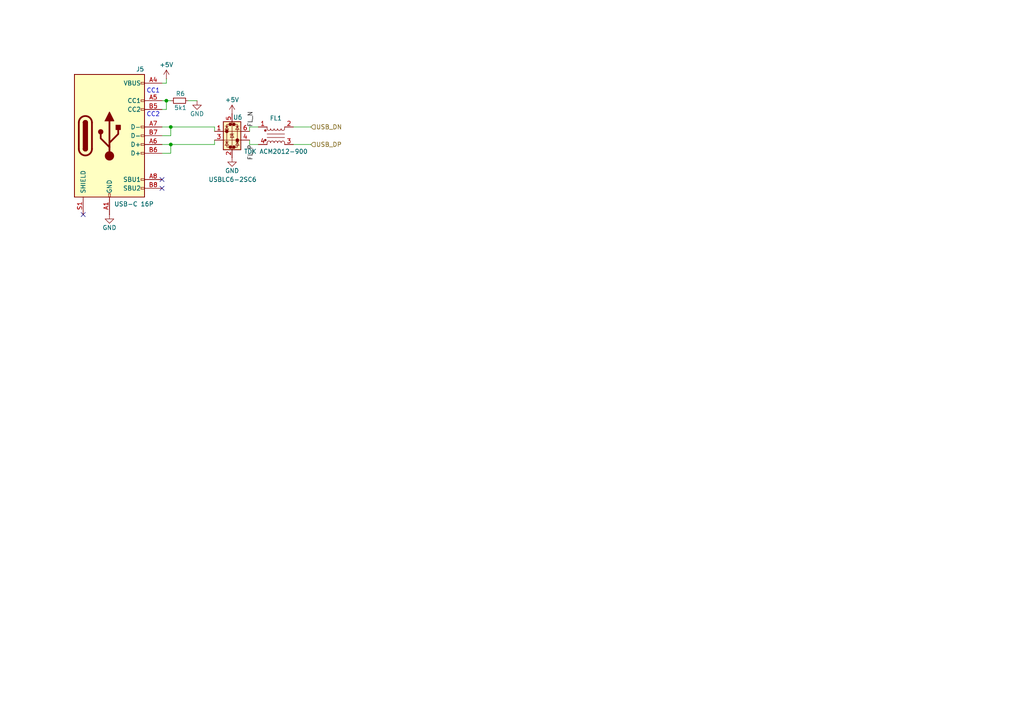
<source format=kicad_sch>
(kicad_sch (version 20231120) (generator "eeschema") (generator_version "8.0")
  (paper "A4")
  (lib_symbols
    (symbol "Connector:USB_C_Receptacle_USB2.0_16P" (pin_names (offset 1.016))
      (property "Reference" "J" (at 0 22.225 0))
      (property "Value" "USB_C_Receptacle_USB2.0_16P" (at 0 19.685 0))
      (symbol "USB_C_Receptacle_USB2.0_16P_0_0"
        (rectangle (start -0.254 -17.78) (end 0.254 -16.764))
        (rectangle (start 10.16 -14.986) (end 9.144 -15.494))
        (rectangle (start 10.16 -12.446) (end 9.144 -12.954))
        (rectangle (start 10.16 -4.826) (end 9.144 -5.334))
        (rectangle (start 10.16 -2.286) (end 9.144 -2.794))
        (rectangle (start 10.16 0.254) (end 9.144 -0.254))
        (rectangle (start 10.16 2.794) (end 9.144 2.286))
        (rectangle (start 10.16 7.874) (end 9.144 7.366))
        (rectangle (start 10.16 10.414) (end 9.144 9.906))
        (rectangle (start 10.16 15.494) (end 9.144 14.986))
      )
      (symbol "USB_C_Receptacle_USB2.0_16P_0_1"
        (rectangle (start -10.16 17.78) (end 10.16 -17.78) (stroke (width 0.254)) (fill (type background)))
        (arc (start -8.89 -3.81) (mid -6.985 -5.7067) (end -5.08 -3.81) (stroke (width 0.508)))
        (arc (start -7.62 -3.81) (mid -6.985 -4.4423) (end -6.35 -3.81) (stroke (width 0.254)))
        (arc (start -7.62 -3.81) (mid -6.985 -4.4423) (end -6.35 -3.81) (stroke (width 0.254)) (fill (type outline)))
        (rectangle (start -7.62 -3.81) (end -6.35 3.81) (stroke (width 0.254)) (fill (type outline)))
        (arc (start -6.35 3.81) (mid -6.985 4.4423) (end -7.62 3.81) (stroke (width 0.254)))
        (arc (start -6.35 3.81) (mid -6.985 4.4423) (end -7.62 3.81) (stroke (width 0.254)) (fill (type outline)))
        (arc (start -5.08 3.81) (mid -6.985 5.7067) (end -8.89 3.81) (stroke (width 0.508)))
        (circle (center -2.54 1.143) (radius 0.635) (stroke (width 0.254)) (fill (type outline)))
        (circle (center 0 -5.842) (radius 1.27) (fill (type outline)))
        (polyline (pts (xy -8.89 -3.81) (xy -8.89 3.81)) (stroke (width 0.508)))
        (polyline (pts (xy -5.08 3.81) (xy -5.08 -3.81)) (stroke (width 0.508)))
        (polyline (pts (xy 0 -5.842) (xy 0 4.318)) (stroke (width 0.508)))
        (polyline (pts (xy 0 -3.302) (xy -2.54 -0.762) (xy -2.54 0.508)) (stroke (width 0.508)))
        (polyline (pts (xy 0 -2.032) (xy 2.54 0.508) (xy 2.54 1.778)) (stroke (width 0.508)))
        (polyline (pts (xy -1.27 4.318) (xy 0 6.858) (xy 1.27 4.318) (xy -1.27 4.318)) (stroke (width 0.254)) (fill (type outline)))
        (rectangle (start 1.905 1.778) (end 3.175 3.048) (stroke (width 0.254)) (fill (type outline)))
      )
      (symbol "USB_C_Receptacle_USB2.0_16P_1_1"
        (pin passive line (at 0 -22.86 90) (length 5.08) (name "GND") (number "A1"))
        (pin passive line (at 0 -22.86 90) (length 5.08) hide (name "GND") (number "A12"))
        (pin passive line (at 15.24 15.24 180) (length 5.08) (name "VBUS") (number "A4"))
        (pin bidirectional line (at 15.24 10.16 180) (length 5.08) (name "CC1") (number "A5"))
        (pin bidirectional line (at 15.24 -2.54 180) (length 5.08) (name "D+") (number "A6"))
        (pin bidirectional line (at 15.24 2.54 180) (length 5.08) (name "D-") (number "A7"))
        (pin bidirectional line (at 15.24 -12.7 180) (length 5.08) (name "SBU1") (number "A8"))
        (pin passive line (at 15.24 15.24 180) (length 5.08) hide (name "VBUS") (number "A9"))
        (pin passive line (at 0 -22.86 90) (length 5.08) hide (name "GND") (number "B1"))
        (pin passive line (at 0 -22.86 90) (length 5.08) hide (name "GND") (number "B12"))
        (pin passive line (at 15.24 15.24 180) (length 5.08) hide (name "VBUS") (number "B4"))
        (pin bidirectional line (at 15.24 7.62 180) (length 5.08) (name "CC2") (number "B5"))
        (pin bidirectional line (at 15.24 -5.08 180) (length 5.08) (name "D+") (number "B6"))
        (pin bidirectional line (at 15.24 0 180) (length 5.08) (name "D-") (number "B7"))
        (pin bidirectional line (at 15.24 -15.24 180) (length 5.08) (name "SBU2") (number "B8"))
        (pin passive line (at 15.24 15.24 180) (length 5.08) hide (name "VBUS") (number "B9"))
        (pin passive line (at -7.62 -22.86 90) (length 5.08) (name "SHIELD") (number "S1"))
      )
    )
    (symbol "Device:R_Small" (pin_numbers hide) (pin_names (offset 0.254) hide)
      (property "Reference" "R" (at 0.762 0.508 0))
      (property "Value" "R_Small" (at 0.762 -1.016 0))
      (symbol "R_Small_0_1"
        (rectangle (start -0.762 1.778) (end 0.762 -1.778) (stroke (width 0.2032)))
      )
      (symbol "R_Small_1_1"
        (pin passive line (at 0 2.54 270) (length 0.762) (name "~") (number "1"))
        (pin passive line (at 0 -2.54 90) (length 0.762) (name "~") (number "2"))
      )
    )
    (symbol "Filter:Choke_Coilcraft_0603USB-222" (pin_names (offset 0.254) hide)
      (property "Reference" "FL" (at 0 4.445 0))
      (property "Value" "Choke_Coilcraft_0603USB-222" (at 0 -4.445 0))
      (symbol "Choke_Coilcraft_0603USB-222_0_1"
        (circle (center -3.048 -1.27) (radius 0.254) (fill (type outline)))
        (circle (center -3.048 1.524) (radius 0.254) (fill (type outline)))
        (arc (start -2.54 2.032) (mid -2.032 1.5262) (end -1.524 2.032))
        (arc (start -1.524 -2.032) (mid -2.032 -1.5262) (end -2.54 -2.032))
        (arc (start -1.524 2.032) (mid -1.016 1.5262) (end -0.508 2.032))
        (arc (start -0.508 -2.032) (mid -1.016 -1.5262) (end -1.524 -2.032))
        (arc (start -0.508 2.032) (mid 0 1.5262) (end 0.508 2.032))
        (polyline (pts (xy -2.54 -2.032) (xy -2.54 -2.54)))
        (polyline (pts (xy -2.54 0.508) (xy 2.54 0.508)))
        (polyline (pts (xy -2.54 2.032) (xy -2.54 2.54)))
        (polyline (pts (xy 2.54 -2.032) (xy 2.54 -2.54)))
        (polyline (pts (xy 2.54 -0.508) (xy -2.54 -0.508)))
        (polyline (pts (xy 2.54 2.54) (xy 2.54 2.032)))
        (arc (start 0.508 -2.032) (mid 0 -1.5262) (end -0.508 -2.032))
        (arc (start 0.508 2.032) (mid 1.016 1.5262) (end 1.524 2.032))
        (arc (start 1.524 -2.032) (mid 1.016 -1.5262) (end 0.508 -2.032))
        (arc (start 1.524 2.032) (mid 2.032 1.5262) (end 2.54 2.032))
        (arc (start 2.54 -2.032) (mid 2.032 -1.5262) (end 1.524 -2.032))
      )
      (symbol "Choke_Coilcraft_0603USB-222_1_1"
        (pin passive line (at -5.08 2.54 0) (length 2.54) (name "1") (number "1"))
        (pin passive line (at 5.08 2.54 180) (length 2.54) (name "2") (number "2"))
        (pin passive line (at 5.08 -2.54 180) (length 2.54) (name "3") (number "3"))
        (pin passive line (at -5.08 -2.54 0) (length 2.54) (name "4") (number "4"))
      )
    )
    (symbol "Power_Protection:USBLC6-2SC6" (pin_names hide)
      (property "Reference" "U" (at 0.635 5.715 0))
      (property "Value" "USBLC6-2SC6" (at 0.635 3.81 0))
      (symbol "USBLC6-2SC6_0_0"
        (circle (center -1.524 0) (radius 0.0001) (stroke (width 0.508)))
        (circle (center -0.508 -4.572) (radius 0.0001) (stroke (width 0.508)))
        (circle (center -0.508 2.032) (radius 0.0001) (stroke (width 0.508)))
        (circle (center 0.508 -4.572) (radius 0.0001) (stroke (width 0.508)))
        (circle (center 0.508 2.032) (radius 0.0001) (stroke (width 0.508)))
        (circle (center 1.524 -2.54) (radius 0.0001) (stroke (width 0.508)))
      )
      (symbol "USBLC6-2SC6_0_1"
        (polyline (pts (xy -2.54 -2.54) (xy 2.54 -2.54)))
        (polyline (pts (xy -2.54 0) (xy 2.54 0)))
        (polyline (pts (xy -2.032 -3.048) (xy -1.016 -3.048)))
        (polyline (pts (xy -1.016 1.524) (xy -2.032 1.524)))
        (polyline (pts (xy 1.016 -3.048) (xy 2.032 -3.048)))
        (polyline (pts (xy 1.016 1.524) (xy 2.032 1.524)))
        (polyline (pts (xy -0.508 -1.143) (xy -0.508 -0.762) (xy 0.508 -0.762)))
        (polyline (pts (xy -2.032 0.508) (xy -1.016 0.508) (xy -1.524 1.524) (xy -2.032 0.508)))
        (polyline (pts (xy -1.016 -4.064) (xy -2.032 -4.064) (xy -1.524 -3.048) (xy -1.016 -4.064)))
        (polyline (pts (xy 0.508 -1.778) (xy -0.508 -1.778) (xy 0 -0.762) (xy 0.508 -1.778)))
        (polyline (pts (xy 2.032 -4.064) (xy 1.016 -4.064) (xy 1.524 -3.048) (xy 2.032 -4.064)))
        (polyline (pts (xy 2.032 0.508) (xy 1.016 0.508) (xy 1.524 1.524) (xy 2.032 0.508)))
        (polyline (pts (xy 0 2.54) (xy -0.508 2.032) (xy 0.508 2.032) (xy 0 1.524) (xy 0 -4.064) (xy -0.508 -4.572) (xy 0.508 -4.572) (xy 0 -5.08)))
      )
      (symbol "USBLC6-2SC6_1_1"
        (rectangle (start -2.54 2.794) (end 2.54 -5.334) (stroke (width 0.254)) (fill (type background)))
        (polyline (pts (xy -0.508 2.032) (xy -1.524 2.032) (xy -1.524 -4.572) (xy -0.508 -4.572)))
        (polyline (pts (xy 0.508 -4.572) (xy 1.524 -4.572) (xy 1.524 2.032) (xy 0.508 2.032)))
        (pin passive line (at -5.08 0 0) (length 2.54) (name "I/O1") (number "1"))
        (pin passive line (at 0 -7.62 90) (length 2.54) (name "GND") (number "2"))
        (pin passive line (at -5.08 -2.54 0) (length 2.54) (name "I/O2") (number "3"))
        (pin passive line (at 5.08 -2.54 180) (length 2.54) (name "I/O2") (number "4"))
        (pin passive line (at 0 5.08 270) (length 2.54) (name "VBUS") (number "5"))
        (pin passive line (at 5.08 0 180) (length 2.54) (name "I/O1") (number "6"))
      )
    )
    (symbol "power:+5V" (power) (pin_numbers hide) (pin_names (offset 0) hide)
      (property "Value" "+5V" (at 0 3.556 0))
      (symbol "+5V_0_1"
        (polyline (pts (xy -0.762 1.27) (xy 0 2.54)))
        (polyline (pts (xy 0 0) (xy 0 2.54)))
        (polyline (pts (xy 0 2.54) (xy 0.762 1.27)))
      )
      (symbol "+5V_1_1"
        (pin power_in line (at 0 0 90) (length 0) (name "~") (number "1"))
      )
    )
    (symbol "power:GND" (power) (pin_numbers hide) (pin_names (offset 0) hide)
      (property "Value" "GND" (at 0 -3.81 0))
      (symbol "GND_0_1"
        (polyline (pts (xy 0 0) (xy 0 -1.27) (xy 1.27 -1.27) (xy 0 -2.54) (xy -1.27 -1.27) (xy 0 -1.27)))
      )
      (symbol "GND_1_1"
        (pin power_in line (at 0 0 270) (length 0) (name "~") (number "1"))
      )
    )
  )
  (junction (at 49.53 36.83))
  (junction (at 48.26 29.21))
  (junction (at 49.53 41.91))
  (no_connect (at 46.99 54.61))
  (no_connect (at 24.13 62.23))
  (no_connect (at 46.99 52.07))
  (wire (pts (xy 72.39 36.83) (xy 74.93 36.83)))
  (wire (pts (xy 48.26 24.13) (xy 48.26 22.86)))
  (wire (pts (xy 49.53 39.37) (xy 49.53 36.83)))
  (wire (pts (xy 49.53 36.83) (xy 62.23 36.83)))
  (wire (pts (xy 46.99 39.37) (xy 49.53 39.37)))
  (wire (pts (xy 48.26 29.21) (xy 48.26 31.75)))
  (wire (pts (xy 85.09 36.83) (xy 90.17 36.83)))
  (wire (pts (xy 72.39 40.64) (xy 72.39 41.91)))
  (wire (pts (xy 46.99 36.83) (xy 49.53 36.83)))
  (wire (pts (xy 49.53 44.45) (xy 49.53 41.91)))
  (wire (pts (xy 62.23 36.83) (xy 62.23 38.1)))
  (wire (pts (xy 46.99 44.45) (xy 49.53 44.45)))
  (wire (pts (xy 46.99 31.75) (xy 48.26 31.75)))
  (wire (pts (xy 62.23 40.64) (xy 62.23 41.91)))
  (wire (pts (xy 62.23 41.91) (xy 49.53 41.91)))
  (wire (pts (xy 48.26 24.13) (xy 46.99 24.13)))
  (wire (pts (xy 48.26 29.21) (xy 49.53 29.21)))
  (wire (pts (xy 54.61 29.21) (xy 57.15 29.21)))
  (wire (pts (xy 72.39 38.1) (xy 72.39 36.83)))
  (wire (pts (xy 49.53 41.91) (xy 46.99 41.91)))
  (wire (pts (xy 85.09 41.91) (xy 90.17 41.91)))
  (wire (pts (xy 72.39 41.91) (xy 74.93 41.91)))
  (wire (pts (xy 46.99 29.21) (xy 48.26 29.21)))
  (text "CC1" (at 44.45 26.416 0) (effects (font (size 1.27 1.27))))
  (text "CC2\n" (at 44.45 33.274 0) (effects (font (size 1.27 1.27))))
  (label "FL_P" (at 73.66 41.91 270))
  (label "FL_N" (at 73.66 36.83 90))
  (hierarchical_label "USB_DP" (shape input) (at 90.17 41.91 0))
  (hierarchical_label "USB_DN" (shape input) (at 90.17 36.83 0))
  (symbol (lib_id "Filter:Choke_Coilcraft_0603USB-222") (at 80.01 39.37 0) (unit 1)
    (property "Reference" "FL1" (at 80.01 34.29 0))
    (property "Value" "TDK ACM2012-900" (at 80.01 43.942 0))
    (property "Footprint" "Marijn_KiCad:ACM2012_900_2P_T002_Correct" (effects (hide yes)))
    (property "Datasheet" "https://www.lcsc.com/datasheet/lcsc_datasheet_2304140030_TDK-ACM2012-900-2P-T002_C19972.pdf" (effects (hide yes)))
    (property "Description" "TDK ACM2012-900-2P-T002" (effects (hide yes)))
    (property "LCSC" "C19972" (effects (hide yes)))
  )
  (symbol (lib_id "Device:R_Small") (at 52.07 29.21 270) (unit 1)
    (property "Reference" "R6" (at 52.324 27.178 90))
    (property "Value" "5k1" (at 52.324 31.242 90))
    (property "Footprint" "Resistor_SMD:R_0603_1608Metric" (effects (hide yes)))
    (property "Description" "Resistor, small symbol" (effects (hide yes)))
    (property "LCSC" "C23186" (effects (hide yes)))
    (instances (project "Keyboard_PCB" (path "" (reference "R6") (unit 1))) (project "" (path "" (reference "R6") (unit 1))) (project "Keyboard_PCB" (path "" (reference "R1") (unit 1))))
  )
  (symbol (lib_id "power:GND") (at 57.15 29.21 0) (unit 1)
    (property "Reference" "#PWR037" (effects (hide yes)))
    (property "Value" "GND" (at 57.15 33.02 0))
    (property "Description" "Power symbol creates a global label with name \"GND\" , ground" (effects (hide yes)))
    (instances (project "Keyboard_PCB" (path "" (reference "#PWR037") (unit 1))) (project "" (path "" (reference "#PWR024") (unit 1))) (project "Keyboard_PCB" (path "" (reference "#PWR01") (unit 1))))
  )
  (symbol (lib_id "Power_Protection:USBLC6-2SC6") (at 67.31 38.1 0) (unit 1)
    (property "Reference" "U6" (at 67.564 34.036 0) (effects (justify left)))
    (property "Value" "USBLC6-2SC6" (at 60.452 52.07 0) (effects (justify left)))
    (property "Footprint" "Package_TO_SOT_SMD:SOT-23-6" (effects (hide yes)))
    (property "Datasheet" "https://www.st.com/resource/en/datasheet/usblc6-2.pdf" (effects (hide yes)))
    (property "Description" "Very low capacitance ESD protection diode, 2 data-line, SOT-23-6" (effects (hide yes)))
    (property "LCSC" "C2827654" (effects (hide yes)))
    (instances (project "Keyboard_PCB" (path "" (reference "U6") (unit 1))) (project "" (path "" (reference "U3") (unit 1))) (project "Keyboard_PCB" (path "" (reference "U2") (unit 1))))
  )
  (symbol (lib_id "power:GND") (at 31.75 62.23 0) (unit 1)
    (property "Reference" "#PWR040" (effects (hide yes)))
    (property "Value" "GND" (at 31.75 66.04 0))
    (property "Description" "Power symbol creates a global label with name \"GND\" , ground" (effects (hide yes)))
    (instances (project "Keyboard_PCB" (path "" (reference "#PWR040") (unit 1))) (project "" (path "" (reference "#PWR027") (unit 1))) (project "Keyboard_PCB" (path "" (reference "#PWR03") (unit 1))))
  )
  (symbol (lib_id "Connector:USB_C_Receptacle_USB2.0_16P") (at 31.75 39.37 0) (unit 1)
    (property "Reference" "J5" (at 40.64 20.066 0))
    (property "Value" "USB-C 16P" (at 38.862 59.182 0))
    (property "Footprint" "Connector_USB:USB_C_Receptacle_HCTL_HC-TYPE-C-16P-01A" (effects (hide yes)))
    (property "Datasheet" "https://www.lcsc.com/datasheet/lcsc_datasheet_2111231930_SHOU-HAN-TYPE-C-16PIN-2MD-073_C2765186.pdf" (effects (hide yes)))
    (property "Description" "SHOU HAN TYPE-C 16PIN 2MD(073) " (effects (hide yes)))
    (property "LCSC" "C2765186" (effects (hide yes)))
    (instances (project "Keyboard_PCB" (path "" (reference "J5") (unit 1))) (project "" (path "" (reference "J4") (unit 1))) (project "Keyboard_PCB" (path "" (reference "J1") (unit 1))))
  )
  (symbol (lib_id "power:+5V") (at 67.31 33.02 0) (unit 1)
    (property "Reference" "#PWR038" (effects (hide yes)))
    (property "Value" "+5V" (at 67.31 28.956 0))
    (property "Description" "Power symbol creates a global label with name \"+5V\"" (effects (hide yes)))
    (instances (project "Keyboard_PCB" (path "" (reference "#PWR038") (unit 1))) (project "" (path "" (reference "#PWR025") (unit 1))) (project "Keyboard_PCB" (path "" (reference "#PWR05") (unit 1))))
  )
  (symbol (lib_id "power:GND") (at 67.31 45.72 0) (unit 1)
    (property "Reference" "#PWR039" (effects (hide yes)))
    (property "Value" "GND" (at 67.31 49.53 0))
    (property "Description" "Power symbol creates a global label with name \"GND\" , ground" (effects (hide yes)))
    (instances (project "Keyboard_PCB" (path "" (reference "#PWR039") (unit 1))) (project "" (path "" (reference "#PWR026") (unit 1))) (project "Keyboard_PCB" (path "" (reference "#PWR02") (unit 1))))
  )
  (symbol (lib_id "power:+5V") (at 48.26 22.86 0) (unit 1)
    (property "Reference" "#PWR036" (effects (hide yes)))
    (property "Value" "+5V" (at 48.26 18.796 0))
    (property "Description" "Power symbol creates a global label with name \"+5V\"" (effects (hide yes)))
    (instances (project "Keyboard_PCB" (path "" (reference "#PWR036") (unit 1))) (project "" (path "" (reference "#PWR023") (unit 1))) (project "Keyboard_PCB" (path "" (reference "#PWR04") (unit 1))))
  )
)
</source>
